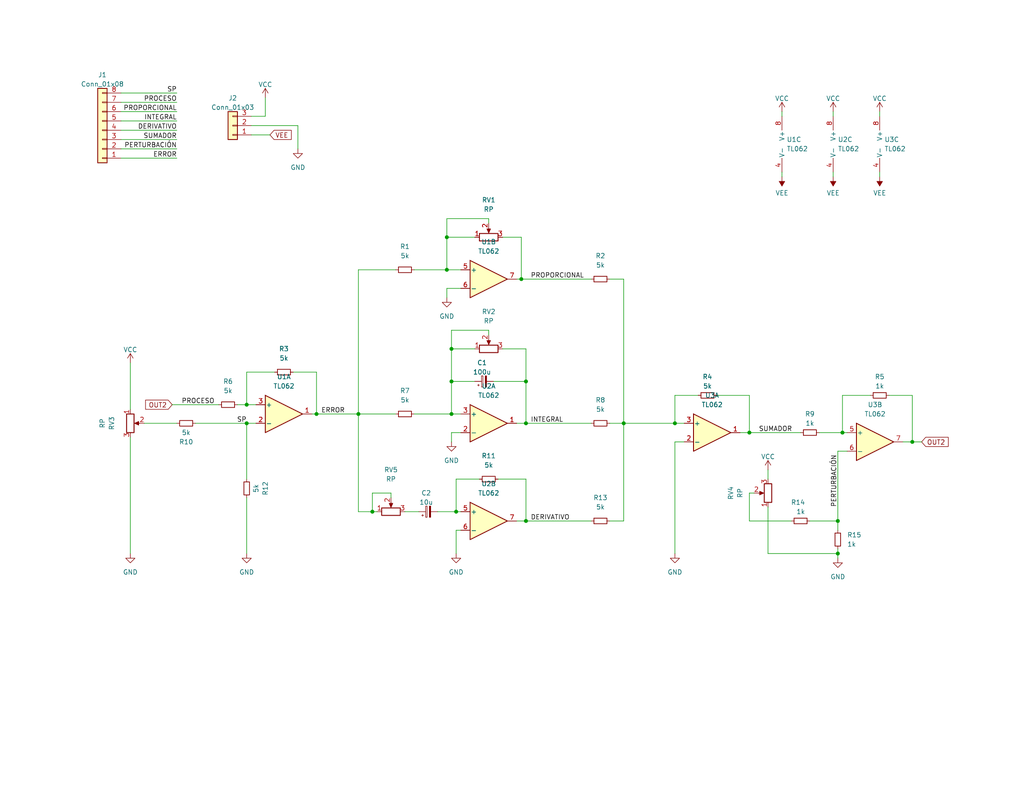
<source format=kicad_sch>
(kicad_sch (version 20211123) (generator eeschema)
  (paper "USLetter")
  (title_block (title "PID") (date "2022-10-03") (rev "1.0") (company "Cristóbal Cuevas Lagos"))
  (lib_symbols
    (symbol "Amplifier_Operational:TL062" (pin_names (offset 0.127))
      (property "Reference" "U" (at 0 5.08 0))
      (property "Value" "TL062" (at 0 -5.08 0))
      (symbol "TL062_1_1"
        (polyline (pts (xy -5.08 5.08) (xy 5.08 0) (xy -5.08 -5.08) (xy -5.08 5.08)) (stroke (width 0.254)) (fill (type background)))
        (pin output line (at 7.62 0 180) (length 2.54) (name "~") (number "1"))
        (pin input line (at -7.62 -2.54 0) (length 2.54) (name "-") (number "2"))
        (pin input line (at -7.62 2.54 0) (length 2.54) (name "+") (number "3"))
      )
      (symbol "TL062_2_1"
        (polyline (pts (xy -5.08 5.08) (xy 5.08 0) (xy -5.08 -5.08) (xy -5.08 5.08)) (stroke (width 0.254)) (fill (type background)))
        (pin input line (at -7.62 2.54 0) (length 2.54) (name "+") (number "5"))
        (pin input line (at -7.62 -2.54 0) (length 2.54) (name "-") (number "6"))
        (pin output line (at 7.62 0 180) (length 2.54) (name "~") (number "7"))
      )
      (symbol "TL062_3_1"
        (pin power_in line (at -2.54 -7.62 90) (length 3.81) (name "V-") (number "4"))
        (pin power_in line (at -2.54 7.62 270) (length 3.81) (name "V+") (number "8"))
      )
    )
    (symbol "Connector_Generic:Conn_01x03" (pin_names (offset 1.016) hide)
      (property "Reference" "J" (at 0 5.08 0))
      (property "Value" "Conn_01x03" (at 0 -5.08 0))
      (symbol "Conn_01x03_1_1"
        (rectangle (start -1.27 -2.413) (end 0 -2.667) (stroke (width 0.1524)))
        (rectangle (start -1.27 0.127) (end 0 -0.127) (stroke (width 0.1524)))
        (rectangle (start -1.27 2.667) (end 0 2.413) (stroke (width 0.1524)))
        (rectangle (start -1.27 3.81) (end 1.27 -3.81) (stroke (width 0.254)) (fill (type background)))
        (pin passive line (at -5.08 2.54 0) (length 3.81) (name "Pin_1") (number "1"))
        (pin passive line (at -5.08 0 0) (length 3.81) (name "Pin_2") (number "2"))
        (pin passive line (at -5.08 -2.54 0) (length 3.81) (name "Pin_3") (number "3"))
      )
    )
    (symbol "Connector_Generic:Conn_01x08" (pin_names (offset 1.016) hide)
      (property "Reference" "J" (at 0 10.16 0))
      (property "Value" "Conn_01x08" (at 0 -12.7 0))
      (symbol "Conn_01x08_1_1"
        (rectangle (start -1.27 -10.033) (end 0 -10.287) (stroke (width 0.1524)))
        (rectangle (start -1.27 -7.493) (end 0 -7.747) (stroke (width 0.1524)))
        (rectangle (start -1.27 -4.953) (end 0 -5.207) (stroke (width 0.1524)))
        (rectangle (start -1.27 -2.413) (end 0 -2.667) (stroke (width 0.1524)))
        (rectangle (start -1.27 0.127) (end 0 -0.127) (stroke (width 0.1524)))
        (rectangle (start -1.27 2.667) (end 0 2.413) (stroke (width 0.1524)))
        (rectangle (start -1.27 5.207) (end 0 4.953) (stroke (width 0.1524)))
        (rectangle (start -1.27 7.747) (end 0 7.493) (stroke (width 0.1524)))
        (rectangle (start -1.27 8.89) (end 1.27 -11.43) (stroke (width 0.254)) (fill (type background)))
        (pin passive line (at -5.08 7.62 0) (length 3.81) (name "Pin_1") (number "1"))
        (pin passive line (at -5.08 5.08 0) (length 3.81) (name "Pin_2") (number "2"))
        (pin passive line (at -5.08 2.54 0) (length 3.81) (name "Pin_3") (number "3"))
        (pin passive line (at -5.08 0 0) (length 3.81) (name "Pin_4") (number "4"))
        (pin passive line (at -5.08 -2.54 0) (length 3.81) (name "Pin_5") (number "5"))
        (pin passive line (at -5.08 -5.08 0) (length 3.81) (name "Pin_6") (number "6"))
        (pin passive line (at -5.08 -7.62 0) (length 3.81) (name "Pin_7") (number "7"))
        (pin passive line (at -5.08 -10.16 0) (length 3.81) (name "Pin_8") (number "8"))
      )
    )
    (symbol "Device:C_Polarized_Small" (pin_numbers hide) (pin_names (offset 0.254) hide)
      (property "Reference" "C" (at 0.254 1.778 0))
      (property "Value" "C_Polarized_Small" (at 0.254 -2.032 0))
      (symbol "C_Polarized_Small_0_1"
        (rectangle (start -1.524 -0.3048) (end 1.524 -0.6858) (fill (type outline)))
        (rectangle (start -1.524 0.6858) (end 1.524 0.3048))
        (polyline (pts (xy -1.27 1.524) (xy -0.762 1.524)))
        (polyline (pts (xy -1.016 1.27) (xy -1.016 1.778)))
      )
      (symbol "C_Polarized_Small_1_1"
        (pin passive line (at 0 2.54 270) (length 1.8542) (name "~") (number "1"))
        (pin passive line (at 0 -2.54 90) (length 1.8542) (name "~") (number "2"))
      )
    )
    (symbol "Device:R_Potentiometer" (pin_names (offset 1.016) hide)
      (property "Reference" "RV" (at -4.445 0 90))
      (property "Value" "R_Potentiometer" (at -2.54 0 90))
      (symbol "R_Potentiometer_0_1"
        (polyline (pts (xy 2.54 0) (xy 1.524 0)))
        (polyline (pts (xy 1.143 0) (xy 2.286 0.508) (xy 2.286 -0.508) (xy 1.143 0)) (fill (type outline)))
        (rectangle (start 1.016 2.54) (end -1.016 -2.54) (stroke (width 0.254)))
      )
      (symbol "R_Potentiometer_1_1"
        (pin passive line (at 0 3.81 270) (length 1.27) (name "1") (number "1"))
        (pin passive line (at 3.81 0 180) (length 1.27) (name "2") (number "2"))
        (pin passive line (at 0 -3.81 90) (length 1.27) (name "3") (number "3"))
      )
    )
    (symbol "Device:R_Small" (pin_numbers hide) (pin_names (offset 0.254) hide)
      (property "Reference" "R" (at 0.762 0.508 0))
      (property "Value" "R_Small" (at 0.762 -1.016 0))
      (symbol "R_Small_0_1"
        (rectangle (start -0.762 1.778) (end 0.762 -1.778) (stroke (width 0.2032)))
      )
      (symbol "R_Small_1_1"
        (pin passive line (at 0 2.54 270) (length 0.762) (name "~") (number "1"))
        (pin passive line (at 0 -2.54 90) (length 0.762) (name "~") (number "2"))
      )
    )
    (symbol "power:GND" (power) (pin_names (offset 0))
      (property "Value" "GND" (at 0 -3.81 0))
      (symbol "GND_0_1"
        (polyline (pts (xy 0 0) (xy 0 -1.27) (xy 1.27 -1.27) (xy 0 -2.54) (xy -1.27 -1.27) (xy 0 -1.27)))
      )
      (symbol "GND_1_1"
        (pin power_in line (at 0 0 270) (length 0) hide (name "GND") (number "1"))
      )
    )
    (symbol "power:VCC" (power) (pin_names (offset 0))
      (property "Value" "VCC" (at 0 3.81 0))
      (symbol "VCC_0_1"
        (polyline (pts (xy -0.762 1.27) (xy 0 2.54)))
        (polyline (pts (xy 0 0) (xy 0 2.54)))
        (polyline (pts (xy 0 2.54) (xy 0.762 1.27)))
      )
      (symbol "VCC_1_1"
        (pin power_in line (at 0 0 90) (length 0) hide (name "VCC") (number "1"))
      )
    )
    (symbol "power:VEE" (power) (pin_names (offset 0))
      (property "Value" "VEE" (at 0 3.81 0))
      (symbol "VEE_0_1"
        (polyline (pts (xy 0 0) (xy 0 2.54)))
        (polyline (pts (xy 0.762 1.27) (xy -0.762 1.27) (xy 0 2.54) (xy 0.762 1.27)) (fill (type outline)))
      )
      (symbol "VEE_1_1"
        (pin power_in line (at 0 0 90) (length 0) hide (name "VEE") (number "1"))
      )
    )
  )
  (junction (at 124.46 139.7))
  (junction (at 121.92 73.66))
  (junction (at 97.79 113.03))
  (junction (at 143.51 115.57))
  (junction (at 67.31 110.49))
  (junction (at 170.18 115.57))
  (junction (at 123.19 104.14))
  (junction (at 86.36 113.03))
  (junction (at 67.31 115.57))
  (junction (at 123.19 95.25))
  (junction (at 101.6 139.7))
  (junction (at 142.24 76.2))
  (junction (at 184.15 115.57))
  (junction (at 229.87 118.11))
  (junction (at 248.92 120.65))
  (junction (at 143.51 104.14))
  (junction (at 204.47 118.11))
  (junction (at 143.51 142.24))
  (junction (at 228.6 142.24))
  (junction (at 228.6 151.13))
  (junction (at 123.19 113.03))
  (junction (at 121.92 64.77))
  (wire (pts (xy 248.92 120.65) (xy 246.38 120.65)))
  (wire (pts (xy 123.19 104.14) (xy 123.19 113.03)))
  (wire (pts (xy 97.79 73.66) (xy 97.79 113.03)))
  (wire (pts (xy 124.46 139.7) (xy 125.73 139.7)))
  (wire (pts (xy 121.92 73.66) (xy 125.73 73.66)))
  (wire (pts (xy 220.98 142.24) (xy 228.6 142.24)))
  (wire (pts (xy 143.51 104.14) (xy 134.62 104.14)))
  (wire (pts (xy 228.6 123.19) (xy 228.6 142.24)))
  (wire (pts (xy 113.03 73.66) (xy 121.92 73.66)))
  (wire (pts (xy 53.34 115.57) (xy 67.31 115.57)))
  (wire (pts (xy 184.15 120.65) (xy 184.15 151.13)))
  (wire (pts (xy 97.79 113.03) (xy 97.79 139.7)))
  (wire (pts (xy 46.99 110.49) (xy 59.69 110.49)))
  (wire (pts (xy 209.55 128.27) (xy 209.55 130.81)))
  (wire (pts (xy 215.9 142.24) (xy 204.47 142.24)))
  (wire (pts (xy 240.03 30.48) (xy 240.03 31.75)))
  (wire (pts (xy 85.09 113.03) (xy 86.36 113.03)))
  (wire (pts (xy 143.51 115.57) (xy 143.51 104.14)))
  (wire (pts (xy 67.31 115.57) (xy 67.31 130.81)))
  (wire (pts (xy 143.51 130.81) (xy 143.51 142.24)))
  (wire (pts (xy 67.31 115.57) (xy 69.85 115.57)))
  (wire (pts (xy 86.36 101.6) (xy 80.01 101.6)))
  (wire (pts (xy 223.52 118.11) (xy 229.87 118.11)))
  (wire (pts (xy 68.58 31.75) (xy 72.39 31.75)))
  (wire (pts (xy 97.79 113.03) (xy 107.95 113.03)))
  (wire (pts (xy 33.02 30.48) (xy 48.26 30.48)))
  (wire (pts (xy 248.92 120.65) (xy 251.46 120.65)))
  (wire (pts (xy 240.03 46.99) (xy 240.03 48.26)))
  (wire (pts (xy 125.73 144.78) (xy 124.46 144.78)))
  (wire (pts (xy 204.47 107.95) (xy 204.47 118.11)))
  (wire (pts (xy 123.19 118.11) (xy 123.19 120.65)))
  (wire (pts (xy 228.6 144.78) (xy 228.6 142.24)))
  (wire (pts (xy 140.97 115.57) (xy 143.51 115.57)))
  (wire (pts (xy 143.51 115.57) (xy 161.29 115.57)))
  (wire (pts (xy 137.16 95.25) (xy 143.51 95.25)))
  (wire (pts (xy 204.47 118.11) (xy 218.44 118.11)))
  (wire (pts (xy 68.58 36.83) (xy 73.66 36.83)))
  (wire (pts (xy 123.19 113.03) (xy 125.73 113.03)))
  (wire (pts (xy 228.6 123.19) (xy 231.14 123.19)))
  (wire (pts (xy 242.57 107.95) (xy 248.92 107.95)))
  (wire (pts (xy 67.31 110.49) (xy 69.85 110.49)))
  (wire (pts (xy 195.58 107.95) (xy 204.47 107.95)))
  (wire (pts (xy 129.54 64.77) (xy 121.92 64.77)))
  (wire (pts (xy 137.16 64.77) (xy 142.24 64.77)))
  (wire (pts (xy 229.87 107.95) (xy 229.87 118.11)))
  (wire (pts (xy 135.89 130.81) (xy 143.51 130.81)))
  (wire (pts (xy 204.47 134.62) (xy 205.74 134.62)))
  (wire (pts (xy 129.54 95.25) (xy 123.19 95.25)))
  (wire (pts (xy 130.81 130.81) (xy 124.46 130.81)))
  (wire (pts (xy 33.02 43.18) (xy 48.26 43.18)))
  (wire (pts (xy 33.02 38.1) (xy 48.26 38.1)))
  (wire (pts (xy 190.5 107.95) (xy 184.15 107.95)))
  (wire (pts (xy 129.54 104.14) (xy 123.19 104.14)))
  (wire (pts (xy 186.69 120.65) (xy 184.15 120.65)))
  (wire (pts (xy 33.02 40.64) (xy 48.26 40.64)))
  (wire (pts (xy 228.6 151.13) (xy 228.6 152.4)))
  (wire (pts (xy 248.92 107.95) (xy 248.92 120.65)))
  (wire (pts (xy 119.38 139.7) (xy 124.46 139.7)))
  (wire (pts (xy 213.36 46.99) (xy 213.36 48.26)))
  (wire (pts (xy 170.18 76.2) (xy 170.18 115.57)))
  (wire (pts (xy 72.39 26.67) (xy 72.39 31.75)))
  (wire (pts (xy 124.46 144.78) (xy 124.46 151.13)))
  (wire (pts (xy 107.95 73.66) (xy 97.79 73.66)))
  (wire (pts (xy 201.93 118.11) (xy 204.47 118.11)))
  (wire (pts (xy 133.35 59.69) (xy 121.92 59.69)))
  (wire (pts (xy 101.6 134.62) (xy 101.6 139.7)))
  (wire (pts (xy 124.46 130.81) (xy 124.46 139.7)))
  (wire (pts (xy 106.68 135.89) (xy 106.68 134.62)))
  (wire (pts (xy 204.47 142.24) (xy 204.47 134.62)))
  (wire (pts (xy 33.02 35.56) (xy 48.26 35.56)))
  (wire (pts (xy 184.15 115.57) (xy 186.69 115.57)))
  (wire (pts (xy 35.56 119.38) (xy 35.56 151.13)))
  (wire (pts (xy 113.03 113.03) (xy 123.19 113.03)))
  (wire (pts (xy 166.37 115.57) (xy 170.18 115.57)))
  (wire (pts (xy 228.6 149.86) (xy 228.6 151.13)))
  (wire (pts (xy 227.33 30.48) (xy 227.33 31.75)))
  (wire (pts (xy 121.92 81.28) (xy 121.92 78.74)))
  (wire (pts (xy 121.92 64.77) (xy 121.92 73.66)))
  (wire (pts (xy 39.37 115.57) (xy 48.26 115.57)))
  (wire (pts (xy 33.02 33.02) (xy 48.26 33.02)))
  (wire (pts (xy 143.51 95.25) (xy 143.51 104.14)))
  (wire (pts (xy 67.31 101.6) (xy 67.31 110.49)))
  (wire (pts (xy 209.55 138.43) (xy 209.55 151.13)))
  (wire (pts (xy 86.36 113.03) (xy 97.79 113.03)))
  (wire (pts (xy 166.37 76.2) (xy 170.18 76.2)))
  (wire (pts (xy 143.51 142.24) (xy 161.29 142.24)))
  (wire (pts (xy 101.6 139.7) (xy 102.87 139.7)))
  (wire (pts (xy 209.55 151.13) (xy 228.6 151.13)))
  (wire (pts (xy 125.73 118.11) (xy 123.19 118.11)))
  (wire (pts (xy 106.68 134.62) (xy 101.6 134.62)))
  (wire (pts (xy 81.28 34.29) (xy 81.28 40.64)))
  (wire (pts (xy 229.87 118.11) (xy 231.14 118.11)))
  (wire (pts (xy 133.35 60.96) (xy 133.35 59.69)))
  (wire (pts (xy 142.24 76.2) (xy 161.29 76.2)))
  (wire (pts (xy 33.02 25.4) (xy 48.26 25.4)))
  (wire (pts (xy 35.56 99.06) (xy 35.56 111.76)))
  (wire (pts (xy 68.58 34.29) (xy 81.28 34.29)))
  (wire (pts (xy 227.33 46.99) (xy 227.33 48.26)))
  (wire (pts (xy 86.36 113.03) (xy 86.36 101.6)))
  (wire (pts (xy 184.15 107.95) (xy 184.15 115.57)))
  (wire (pts (xy 123.19 95.25) (xy 123.19 104.14)))
  (wire (pts (xy 133.35 91.44) (xy 133.35 90.17)))
  (wire (pts (xy 64.77 110.49) (xy 67.31 110.49)))
  (wire (pts (xy 237.49 107.95) (xy 229.87 107.95)))
  (wire (pts (xy 121.92 78.74) (xy 125.73 78.74)))
  (wire (pts (xy 213.36 30.48) (xy 213.36 31.75)))
  (wire (pts (xy 170.18 115.57) (xy 170.18 142.24)))
  (wire (pts (xy 170.18 142.24) (xy 166.37 142.24)))
  (wire (pts (xy 33.02 27.94) (xy 48.26 27.94)))
  (wire (pts (xy 110.49 139.7) (xy 114.3 139.7)))
  (wire (pts (xy 142.24 64.77) (xy 142.24 76.2)))
  (wire (pts (xy 133.35 90.17) (xy 123.19 90.17)))
  (wire (pts (xy 67.31 135.89) (xy 67.31 151.13)))
  (wire (pts (xy 123.19 90.17) (xy 123.19 95.25)))
  (wire (pts (xy 142.24 76.2) (xy 140.97 76.2)))
  (wire (pts (xy 170.18 115.57) (xy 184.15 115.57)))
  (wire (pts (xy 143.51 142.24) (xy 140.97 142.24)))
  (wire (pts (xy 121.92 59.69) (xy 121.92 64.77)))
  (wire (pts (xy 97.79 139.7) (xy 101.6 139.7)))
  (wire (pts (xy 74.93 101.6) (xy 67.31 101.6)))
  (label "PERTURBACIÓN" (at 228.6 138.43 90))
  (label "ERROR" (at 48.26 43.18 180))
  (label "INTEGRAL" (at 144.78 115.57 0))
  (label "INTEGRAL" (at 48.26 33.02 180))
  (label "PROPORCIONAL" (at 144.78 76.2 0))
  (label "DERIVATIVO" (at 48.26 35.56 180))
  (label "SUMADOR" (at 207.01 118.11 0))
  (label "PROCESO" (at 48.26 27.94 180))
  (label "PERTURBACIÓN" (at 48.26 40.64 180))
  (label "SP" (at 67.31 115.57 180))
  (label "SP" (at 48.26 25.4 180))
  (label "ERROR" (at 87.63 113.03 0))
  (label "SUMADOR" (at 48.26 38.1 180))
  (label "PROCESO" (at 49.53 110.49 0))
  (label "DERIVATIVO" (at 144.78 142.24 0))
  (label "PROPORCIONAL" (at 48.26 30.48 180))
  (global_label "VEE" (shape input) (at 73.66 36.83 0) (property "Intersheet References" "${INTERSHEET_REFS}" (effects hide)))
  (global_label "OUT2" (shape input) (at 46.99 110.49 180) (property "Intersheet References" "${INTERSHEET_REFS}" (effects hide)))
  (global_label "OUT2" (shape input) (at 251.46 120.65 0) (property "Intersheet References" "${INTERSHEET_REFS}" (effects hide)))
  (symbol (lib_id "power:VCC") (at 240.03 30.48 0) (unit 1)
    (property "Reference" "#PWR03" (effects hide))
    (property "Value" "VCC" (at 240.03 26.9042 0))
  )
  (symbol (lib_id "Amplifier_Operational:TL062") (at 194.31 118.11 0) (unit 1)
    (property "Reference" "U3" (at 194.31 107.95 0))
    (property "Value" "TL062" (at 194.31 110.49 0))
    (property "Footprint" "Package_DIP:DIP-8_W7.62mm" (effects hide))
    (property "Datasheet" "http://www.ti.com/lit/ds/symlink/tl061.pdf" (effects hide))
  )
  (symbol (lib_id "power:GND") (at 124.46 151.13 0) (unit 1)
    (property "Reference" "#PWR012" (effects hide))
    (property "Value" "GND" (at 124.46 156.21 0))
  )
  (symbol (lib_id "power:VCC") (at 209.55 128.27 0) (unit 1)
    (property "Reference" "#PWR0103" (effects hide))
    (property "Value" "VCC" (at 209.55 124.6942 0))
  )
  (symbol (lib_id "power:GND") (at 35.56 151.13 0) (unit 1)
    (property "Reference" "#PWR010" (effects hide))
    (property "Value" "GND" (at 35.56 156.21 0))
  )
  (symbol (lib_id "Amplifier_Operational:TL062") (at 77.47 113.03 0) (unit 1)
    (property "Reference" "U1" (at 77.47 102.87 0))
    (property "Value" "TL062" (at 77.47 105.41 0))
    (property "Footprint" "Package_DIP:DIP-8_W7.62mm" (effects hide))
    (property "Datasheet" "http://www.ti.com/lit/ds/symlink/tl061.pdf" (effects hide))
  )
  (symbol (lib_id "Device:R_Small") (at 110.49 73.66 270) (unit 1)
    (property "Reference" "R1" (at 110.49 67.31 90))
    (property "Value" "5k" (at 110.49 69.85 90))
    (property "Footprint" "Resistor_THT:R_Axial_DIN0207_L6.3mm_D2.5mm_P7.62mm_Horizontal" (effects hide))
  )
  (symbol (lib_id "Device:R_Potentiometer") (at 209.55 134.62 180) (unit 1)
    (property "Reference" "RV4" (at 199.39 134.62 90))
    (property "Value" "RP" (at 201.93 134.62 90))
    (property "Footprint" "Connector_PinHeader_2.54mm:PinHeader_1x03_P2.54mm_Vertical" (effects hide))
  )
  (symbol (lib_id "Amplifier_Operational:TL062") (at 229.87 39.37 0) (unit 3)
    (property "Reference" "U2" (at 228.6 38.0999 0) (effects (justify left)))
    (property "Value" "TL062" (at 228.6 40.6399 0) (effects (justify left)))
    (property "Footprint" "Package_DIP:DIP-8_W7.62mm" (effects hide))
    (property "Datasheet" "http://www.ti.com/lit/ds/symlink/tl061.pdf" (effects hide))
  )
  (symbol (lib_id "Amplifier_Operational:TL062") (at 238.76 120.65 0) (unit 2)
    (property "Reference" "U3" (at 238.76 110.49 0))
    (property "Value" "TL062" (at 238.76 113.03 0))
    (property "Footprint" "Package_DIP:DIP-8_W7.62mm" (effects hide))
    (property "Datasheet" "http://www.ti.com/lit/ds/symlink/tl061.pdf" (effects hide))
  )
  (symbol (lib_id "Device:R_Potentiometer") (at 133.35 95.25 90) (unit 1)
    (property "Reference" "RV2" (at 133.35 85.09 90))
    (property "Value" "RP" (at 133.35 87.63 90))
    (property "Footprint" "Connector_PinHeader_2.54mm:PinHeader_1x03_P2.54mm_Vertical" (effects hide))
  )
  (symbol (lib_id "power:GND") (at 67.31 151.13 0) (unit 1)
    (property "Reference" "#PWR011" (effects hide))
    (property "Value" "GND" (at 67.31 156.21 0))
  )
  (symbol (lib_id "Amplifier_Operational:TL062") (at 133.35 142.24 0) (unit 2)
    (property "Reference" "U2" (at 133.35 132.08 0))
    (property "Value" "TL062" (at 133.35 134.62 0))
    (property "Footprint" "Package_DIP:DIP-8_W7.62mm" (effects hide))
    (property "Datasheet" "http://www.ti.com/lit/ds/symlink/tl061.pdf" (effects hide))
  )
  (symbol (lib_id "Amplifier_Operational:TL062") (at 133.35 115.57 0) (unit 1)
    (property "Reference" "U2" (at 133.35 105.41 0))
    (property "Value" "TL062" (at 133.35 107.95 0))
    (property "Footprint" "Package_DIP:DIP-8_W7.62mm" (effects hide))
    (property "Datasheet" "http://www.ti.com/lit/ds/symlink/tl061.pdf" (effects hide))
  )
  (symbol (lib_id "power:VEE") (at 240.03 48.26 180) (unit 1)
    (property "Reference" "#PWR06" (effects hide))
    (property "Value" "VEE" (at 240.03 52.7034 0))
  )
  (symbol (lib_id "power:VCC") (at 35.56 99.06 0) (unit 1)
    (property "Reference" "#PWR0104" (effects hide))
    (property "Value" "VCC" (at 35.56 95.4842 0))
  )
  (symbol (lib_id "Amplifier_Operational:TL062") (at 215.9 39.37 0) (unit 3)
    (property "Reference" "U1" (at 214.63 38.0999 0) (effects (justify left)))
    (property "Value" "TL062" (at 214.63 40.6399 0) (effects (justify left)))
    (property "Footprint" "Package_DIP:DIP-8_W7.62mm" (effects hide))
    (property "Datasheet" "http://www.ti.com/lit/ds/symlink/tl061.pdf" (effects hide))
  )
  (symbol (lib_id "Amplifier_Operational:TL062") (at 133.35 76.2 0) (unit 2)
    (property "Reference" "U1" (at 133.35 66.04 0))
    (property "Value" "TL062" (at 133.35 68.58 0))
    (property "Footprint" "Package_DIP:DIP-8_W7.62mm" (effects hide))
    (property "Datasheet" "http://www.ti.com/lit/ds/symlink/tl061.pdf" (effects hide))
  )
  (symbol (lib_id "Device:R_Small") (at 67.31 133.35 0) (mirror y) (unit 1)
    (property "Reference" "R12" (at 72.39 133.35 90))
    (property "Value" "5k" (at 69.85 133.35 90))
    (property "Footprint" "Resistor_THT:R_Axial_DIN0207_L6.3mm_D2.5mm_P7.62mm_Horizontal" (effects hide))
  )
  (symbol (lib_id "power:GND") (at 123.19 120.65 0) (unit 1)
    (property "Reference" "#PWR08" (effects hide))
    (property "Value" "GND" (at 123.19 125.73 0))
  )
  (symbol (lib_id "power:GND") (at 184.15 151.13 0) (unit 1)
    (property "Reference" "#PWR09" (effects hide))
    (property "Value" "GND" (at 184.15 156.21 0))
  )
  (symbol (lib_id "power:VEE") (at 227.33 48.26 180) (unit 1)
    (property "Reference" "#PWR05" (effects hide))
    (property "Value" "VEE" (at 227.33 52.7034 0))
  )
  (symbol (lib_id "power:GND") (at 121.92 81.28 0) (unit 1)
    (property "Reference" "#PWR07" (effects hide))
    (property "Value" "GND" (at 121.92 86.36 0))
  )
  (symbol (lib_id "Connector_Generic:Conn_01x08") (at 27.94 35.56 180) (unit 1)
    (property "Reference" "J1" (at 27.94 20.4302 0))
    (property "Value" "Conn_01x08" (at 27.94 22.9671 0))
    (property "Footprint" "Connector_PinHeader_2.54mm:PinHeader_1x08_P2.54mm_Vertical" (effects hide))
  )
  (symbol (lib_id "Device:C_Polarized_Small") (at 132.08 104.14 90) (unit 1)
    (property "Reference" "C1" (at 131.5339 99.0432 90))
    (property "Value" "100u" (at 131.5339 101.5801 90))
    (property "Footprint" "Capacitor_THT:C_Radial_D5.0mm_H5.0mm_P2.00mm" (effects hide))
  )
  (symbol (lib_id "power:GND") (at 228.6 152.4 0) (unit 1)
    (property "Reference" "#PWR013" (effects hide))
    (property "Value" "GND" (at 228.6 157.48 0))
  )
  (symbol (lib_id "Device:R_Small") (at 218.44 142.24 90) (unit 1)
    (property "Reference" "R14" (at 219.71 137.16 90) (effects (justify left)))
    (property "Value" "1k" (at 219.71 139.7 90) (effects (justify left)))
    (property "Footprint" "Resistor_THT:R_Axial_DIN0207_L6.3mm_D2.5mm_P7.62mm_Horizontal" (effects hide))
  )
  (symbol (lib_id "Device:R_Small") (at 163.83 115.57 270) (unit 1)
    (property "Reference" "R8" (at 163.83 109.22 90))
    (property "Value" "5k" (at 163.83 111.76 90))
    (property "Footprint" "Resistor_THT:R_Axial_DIN0207_L6.3mm_D2.5mm_P7.62mm_Horizontal" (effects hide))
  )
  (symbol (lib_id "Device:R_Small") (at 163.83 76.2 270) (unit 1)
    (property "Reference" "R2" (at 163.83 69.85 90))
    (property "Value" "5k" (at 163.83 72.39 90))
    (property "Footprint" "Resistor_THT:R_Axial_DIN0207_L6.3mm_D2.5mm_P7.62mm_Horizontal" (effects hide))
  )
  (symbol (lib_id "Device:R_Small") (at 50.8 115.57 270) (mirror x) (unit 1)
    (property "Reference" "R10" (at 50.8 120.65 90))
    (property "Value" "5k" (at 50.8 118.11 90))
    (property "Footprint" "Resistor_THT:R_Axial_DIN0207_L6.3mm_D2.5mm_P7.62mm_Horizontal" (effects hide))
  )
  (symbol (lib_id "Device:R_Small") (at 62.23 110.49 270) (unit 1)
    (property "Reference" "R6" (at 62.23 104.14 90))
    (property "Value" "5k" (at 62.23 106.68 90))
    (property "Footprint" "Resistor_THT:R_Axial_DIN0207_L6.3mm_D2.5mm_P7.62mm_Horizontal" (effects hide))
  )
  (symbol (lib_id "Device:R_Small") (at 240.03 107.95 270) (unit 1)
    (property "Reference" "R5" (at 240.03 102.87 90))
    (property "Value" "1k" (at 240.03 105.41 90))
    (property "Footprint" "Resistor_THT:R_Axial_DIN0207_L6.3mm_D2.5mm_P7.62mm_Horizontal" (effects hide))
  )
  (symbol (lib_id "Device:R_Small") (at 193.04 107.95 270) (unit 1)
    (property "Reference" "R4" (at 193.04 102.87 90))
    (property "Value" "5k" (at 193.04 105.41 90))
    (property "Footprint" "Resistor_THT:R_Axial_DIN0207_L6.3mm_D2.5mm_P7.62mm_Horizontal" (effects hide))
  )
  (symbol (lib_id "power:VEE") (at 213.36 48.26 180) (unit 1)
    (property "Reference" "#PWR04" (effects hide))
    (property "Value" "VEE" (at 213.36 52.7034 0))
  )
  (symbol (lib_id "power:GND") (at 81.28 40.64 0) (unit 1)
    (property "Reference" "#PWR0102" (effects hide))
    (property "Value" "GND" (at 81.28 45.72 0))
  )
  (symbol (lib_id "power:VCC") (at 213.36 30.48 0) (unit 1)
    (property "Reference" "#PWR01" (effects hide))
    (property "Value" "VCC" (at 213.36 26.9042 0))
  )
  (symbol (lib_id "Device:R_Small") (at 133.35 130.81 270) (unit 1)
    (property "Reference" "R11" (at 133.35 124.46 90))
    (property "Value" "5k" (at 133.35 127 90))
    (property "Footprint" "Resistor_THT:R_Axial_DIN0207_L6.3mm_D2.5mm_P7.62mm_Horizontal" (effects hide))
  )
  (symbol (lib_id "Device:R_Potentiometer") (at 133.35 64.77 90) (unit 1)
    (property "Reference" "RV1" (at 133.35 54.61 90))
    (property "Value" "RP" (at 133.35 57.15 90))
    (property "Footprint" "Connector_PinHeader_2.54mm:PinHeader_1x03_P2.54mm_Vertical" (effects hide))
  )
  (symbol (lib_id "Device:R_Potentiometer") (at 35.56 115.57 0) (unit 1)
    (property "Reference" "RV3" (at 30.48 115.57 90))
    (property "Value" "RP" (at 27.94 115.57 90))
    (property "Footprint" "Connector_PinHeader_2.54mm:PinHeader_1x03_P2.54mm_Vertical" (effects hide))
  )
  (symbol (lib_id "Device:R_Small") (at 220.98 118.11 270) (unit 1)
    (property "Reference" "R9" (at 220.98 113.03 90))
    (property "Value" "1k" (at 220.98 115.57 90))
    (property "Footprint" "Resistor_THT:R_Axial_DIN0207_L6.3mm_D2.5mm_P7.62mm_Horizontal" (effects hide))
  )
  (symbol (lib_id "Device:R_Small") (at 110.49 113.03 270) (unit 1)
    (property "Reference" "R7" (at 110.49 106.68 90))
    (property "Value" "5k" (at 110.49 109.22 90))
    (property "Footprint" "Resistor_THT:R_Axial_DIN0207_L6.3mm_D2.5mm_P7.62mm_Horizontal" (effects hide))
  )
  (symbol (lib_id "power:VCC") (at 227.33 30.48 0) (unit 1)
    (property "Reference" "#PWR02" (effects hide))
    (property "Value" "VCC" (at 227.33 26.9042 0))
  )
  (symbol (lib_id "Device:C_Polarized_Small") (at 116.84 139.7 90) (unit 1)
    (property "Reference" "C2" (at 116.2939 134.6032 90))
    (property "Value" "10u" (at 116.2939 137.1401 90))
    (property "Footprint" "Capacitor_THT:C_Radial_D5.0mm_H5.0mm_P2.00mm" (effects hide))
  )
  (symbol (lib_id "Device:R_Small") (at 163.83 142.24 270) (unit 1)
    (property "Reference" "R13" (at 163.83 135.89 90))
    (property "Value" "5k" (at 163.83 138.43 90))
    (property "Footprint" "Resistor_THT:R_Axial_DIN0207_L6.3mm_D2.5mm_P7.62mm_Horizontal" (effects hide))
  )
  (symbol (lib_id "Amplifier_Operational:TL062") (at 242.57 39.37 0) (unit 3)
    (property "Reference" "U3" (at 241.3 38.0999 0) (effects (justify left)))
    (property "Value" "TL062" (at 241.3 40.6399 0) (effects (justify left)))
    (property "Footprint" "Package_DIP:DIP-8_W7.62mm" (effects hide))
    (property "Datasheet" "http://www.ti.com/lit/ds/symlink/tl061.pdf" (effects hide))
  )
  (symbol (lib_id "power:VCC") (at 72.39 26.67 0) (unit 1)
    (property "Reference" "#PWR0101" (effects hide))
    (property "Value" "VCC" (at 72.39 23.0942 0))
  )
  (symbol (lib_id "Connector_Generic:Conn_01x03") (at 63.5 34.29 180) (unit 1)
    (property "Reference" "J2" (at 63.5 26.7802 0))
    (property "Value" "Conn_01x03" (at 63.5 29.3171 0))
    (property "Footprint" "Connector_PinHeader_2.54mm:PinHeader_1x03_P2.54mm_Vertical" (effects hide))
  )
  (symbol (lib_id "Device:R_Small") (at 77.47 101.6 270) (unit 1)
    (property "Reference" "R3" (at 77.47 95.25 90))
    (property "Value" "5k" (at 77.47 97.79 90))
    (property "Footprint" "Resistor_THT:R_Axial_DIN0207_L6.3mm_D2.5mm_P7.62mm_Horizontal" (effects hide))
  )
  (symbol (lib_id "Device:R_Potentiometer") (at 106.68 139.7 90) (unit 1)
    (property "Reference" "RV5" (at 106.68 128.27 90))
    (property "Value" "RP" (at 106.68 130.81 90))
    (property "Footprint" "Connector_PinHeader_2.54mm:PinHeader_1x03_P2.54mm_Vertical" (effects hide))
  )
  (symbol (lib_id "Device:R_Small") (at 228.6 147.32 0) (unit 1)
    (property "Reference" "R15" (at 231.14 146.0499 0) (effects (justify left)))
    (property "Value" "1k" (at 231.14 148.59 0) (effects (justify left)))
    (property "Footprint" "Resistor_THT:R_Axial_DIN0207_L6.3mm_D2.5mm_P7.62mm_Horizontal" (effects hide))
  )
)
</source>
